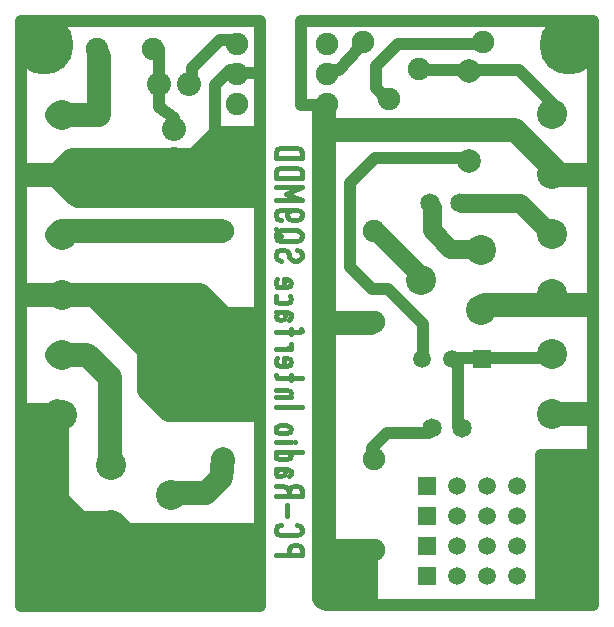
<source format=gbr>
%FSLAX34Y34*%
%MOMM*%
%LNSILK_TOP*%
G71*
G01*
%ADD10C, 2.54*%
%ADD11C, 1.91*%
%ADD12C, 2.04*%
%ADD13C, 1.00*%
%ADD14C, 2.00*%
%ADD15C, 0.40*%
%ADD16C, 2.54*%
%ADD17C, 1.90*%
%ADD18C, 5.00*%
%ADD19C, 2.00*%
%ADD20C, 1.52*%
%ADD21C, 1.64*%
%ADD22C, 1.60*%
%ADD23C, 1.90*%
%LPD*%
X43477Y-87192D02*
G54D10*
D03*
X43477Y-137992D02*
G54D10*
D03*
X43477Y-188792D02*
G54D10*
D03*
X43477Y-239592D02*
G54D10*
D03*
X458546Y-137804D02*
G54D10*
D03*
X458546Y-87004D02*
G54D10*
D03*
X43477Y-290392D02*
G54D10*
D03*
X43477Y-341192D02*
G54D10*
D03*
X458546Y-239404D02*
G54D10*
D03*
X458546Y-188604D02*
G54D10*
D03*
X458546Y-341004D02*
G54D10*
D03*
X458546Y-290204D02*
G54D10*
D03*
X268249Y-27150D02*
G54D11*
D03*
X268249Y-52550D02*
G54D11*
D03*
X192049Y-27150D02*
G54D11*
D03*
X192049Y-52550D02*
G54D11*
D03*
X192049Y-77950D02*
G54D11*
D03*
X268249Y-77950D02*
G54D11*
D03*
X150717Y-61542D02*
G54D12*
D03*
X125317Y-61542D02*
G54D12*
D03*
X138196Y-99804D02*
G54D12*
D03*
X138196Y-125204D02*
G54D12*
D03*
G54D13*
X125312Y-31650D02*
X125313Y-64988D01*
G54D13*
X153888Y-64988D02*
X153888Y-47525D01*
X177700Y-23712D01*
X191988Y-23712D01*
G54D13*
X138012Y-99912D02*
X138012Y-90388D01*
X125312Y-80862D01*
X125313Y-61812D01*
G54D13*
X268188Y-49112D02*
X277713Y-49112D01*
X295175Y-30856D01*
G54D13*
X392012Y-27681D02*
X327719Y-27681D01*
X309462Y-45938D01*
X309462Y-64988D01*
X318987Y-74512D01*
X345767Y-99462D02*
G54D11*
D03*
X345767Y-48662D02*
G54D11*
D03*
X320367Y-74062D02*
G54D11*
D03*
G54D13*
X344388Y-49112D02*
X430112Y-49112D01*
X465831Y-84831D01*
G54D14*
X344387Y-99912D02*
X426938Y-99912D01*
X465038Y-138012D01*
G54D15*
X224514Y-460253D02*
X246737Y-460253D01*
X246737Y-454697D01*
X245348Y-452475D01*
X242570Y-451364D01*
X239792Y-451364D01*
X237014Y-452475D01*
X235626Y-454697D01*
X235626Y-460253D01*
G54D15*
X228681Y-434697D02*
X225903Y-435808D01*
X224514Y-438030D01*
X224514Y-440252D01*
X225903Y-442475D01*
X228681Y-443586D01*
X242570Y-443586D01*
X245348Y-442475D01*
X246737Y-440252D01*
X246737Y-438030D01*
X245348Y-435808D01*
X242570Y-434697D01*
G54D15*
X234237Y-426919D02*
X234237Y-418030D01*
G54D15*
X235626Y-405807D02*
X232848Y-402474D01*
X230070Y-401363D01*
X224514Y-401363D01*
G54D15*
X224514Y-410252D02*
X246737Y-410252D01*
X246737Y-404696D01*
X245348Y-402474D01*
X242570Y-401363D01*
X239792Y-401363D01*
X237014Y-402474D01*
X235626Y-404696D01*
X235626Y-410252D01*
G54D15*
X235626Y-393585D02*
X237014Y-391363D01*
X237014Y-388696D01*
X234237Y-386918D01*
X224514Y-386918D01*
G54D15*
X228681Y-386918D02*
X231459Y-388029D01*
X232014Y-390252D01*
X231459Y-392474D01*
X228681Y-393585D01*
X225903Y-393140D01*
X224514Y-391363D01*
X224514Y-390252D01*
X224514Y-389807D01*
X225903Y-388029D01*
X228681Y-386918D01*
G54D15*
X224514Y-372473D02*
X246737Y-372473D01*
G54D15*
X233403Y-372473D02*
X236181Y-373584D01*
X237014Y-375806D01*
X236181Y-378029D01*
X233403Y-379140D01*
X227848Y-379140D01*
X225070Y-378029D01*
X224514Y-375806D01*
X225070Y-373584D01*
X227848Y-372473D01*
G54D15*
X224514Y-364695D02*
X237014Y-364695D01*
G54D15*
X241181Y-364695D02*
X241181Y-364695D01*
G54D15*
X227848Y-350250D02*
X233403Y-350250D01*
X236181Y-351361D01*
X237014Y-353584D01*
X236181Y-355806D01*
X233403Y-356917D01*
X227848Y-356917D01*
X225070Y-355806D01*
X224514Y-353584D01*
X225070Y-351361D01*
X227848Y-350250D01*
G54D15*
X224514Y-334472D02*
X246737Y-334472D01*
G54D15*
X224514Y-326694D02*
X237014Y-326694D01*
G54D15*
X234237Y-326694D02*
X236181Y-325583D01*
X237014Y-323360D01*
X236181Y-321138D01*
X234237Y-320027D01*
X224514Y-320027D01*
G54D15*
X246737Y-310027D02*
X225903Y-310027D01*
X224514Y-308916D01*
X225070Y-307804D01*
G54D15*
X237014Y-312249D02*
X237014Y-307804D01*
G54D15*
X225903Y-293360D02*
X224514Y-295138D01*
X224514Y-297360D01*
X225903Y-299582D01*
X228681Y-300027D01*
X233403Y-300027D01*
X236181Y-298916D01*
X237014Y-296694D01*
X236181Y-294471D01*
X234237Y-293360D01*
X231459Y-293360D01*
X231459Y-300027D01*
G54D15*
X224514Y-285582D02*
X237014Y-285582D01*
G54D15*
X234237Y-285582D02*
X237014Y-283360D01*
X237014Y-281137D01*
G54D15*
X224514Y-271138D02*
X245348Y-271138D01*
X246737Y-270026D01*
X245903Y-268915D01*
G54D15*
X237014Y-273360D02*
X237014Y-268915D01*
G54D15*
X235626Y-261138D02*
X237014Y-258916D01*
X237014Y-256249D01*
X234237Y-254471D01*
X224514Y-254471D01*
G54D15*
X228681Y-254471D02*
X231459Y-255582D01*
X232014Y-257804D01*
X231459Y-260027D01*
X228681Y-261138D01*
X225903Y-260693D01*
X224514Y-258916D01*
X224514Y-257804D01*
X224514Y-257360D01*
X225903Y-255582D01*
X228681Y-254471D01*
G54D15*
X236181Y-241137D02*
X237014Y-243360D01*
X236181Y-245582D01*
X233403Y-246693D01*
X227848Y-246693D01*
X225070Y-245582D01*
X224514Y-243360D01*
X225070Y-241137D01*
G54D15*
X225903Y-226692D02*
X224514Y-228470D01*
X224514Y-230692D01*
X225903Y-232914D01*
X228681Y-233359D01*
X233403Y-233359D01*
X236181Y-232248D01*
X237014Y-230026D01*
X236181Y-227803D01*
X234237Y-226692D01*
X231459Y-226692D01*
X231459Y-233359D01*
G54D15*
X228681Y-210914D02*
X225903Y-209803D01*
X224514Y-207580D01*
X224514Y-205358D01*
X225903Y-203136D01*
X228681Y-202025D01*
X231459Y-202025D01*
X234237Y-203136D01*
X235626Y-205358D01*
X235626Y-207580D01*
X237014Y-209803D01*
X239792Y-210914D01*
X242570Y-210914D01*
X245348Y-209803D01*
X246737Y-207580D01*
X246737Y-205358D01*
X245348Y-203136D01*
X242570Y-202025D01*
G54D15*
X228681Y-189802D02*
X224514Y-184247D01*
G54D15*
X242570Y-185358D02*
X228681Y-185358D01*
X225903Y-186469D01*
X224514Y-188691D01*
X224514Y-190914D01*
X225903Y-193136D01*
X228681Y-194247D01*
X242570Y-194247D01*
X245348Y-193136D01*
X246737Y-190914D01*
X246737Y-188691D01*
X245348Y-186469D01*
X242570Y-185358D01*
G54D15*
X228681Y-176469D02*
X225903Y-175358D01*
X224514Y-173136D01*
X224514Y-170913D01*
X225903Y-168691D01*
X228681Y-167580D01*
X235626Y-167580D01*
X237014Y-167580D01*
X234237Y-170913D01*
X234237Y-173136D01*
X235626Y-175358D01*
X238403Y-176469D01*
X242570Y-176469D01*
X245348Y-175358D01*
X246737Y-173136D01*
X246737Y-170913D01*
X245348Y-168691D01*
X242570Y-167580D01*
X235626Y-167580D01*
G54D15*
X224514Y-159802D02*
X246737Y-159802D01*
X232848Y-154246D01*
X246737Y-148691D01*
X224514Y-148691D01*
G54D15*
X224514Y-140913D02*
X246737Y-140913D01*
X246737Y-135357D01*
X245348Y-133135D01*
X242570Y-132024D01*
X228681Y-132024D01*
X225903Y-133135D01*
X224514Y-135357D01*
X224514Y-140913D01*
G54D15*
X224514Y-124246D02*
X246737Y-124246D01*
X246737Y-118690D01*
X245348Y-116468D01*
X242570Y-115357D01*
X228681Y-115357D01*
X225903Y-116468D01*
X224514Y-118690D01*
X224514Y-124246D01*
G54D13*
X191988Y-49112D02*
X185638Y-49112D01*
X172938Y-61812D01*
X172938Y-115788D01*
X163413Y-125312D01*
X138012Y-125312D01*
X398015Y-252771D02*
G54D16*
D03*
X398015Y-201971D02*
G54D16*
D03*
X347215Y-227371D02*
G54D16*
D03*
G54D14*
X138012Y-125312D02*
X52288Y-125312D01*
X39588Y-138012D01*
G54D14*
X74512Y-37206D02*
X74512Y-87212D01*
X39587Y-87212D01*
X84869Y-384050D02*
G54D16*
D03*
X84869Y-434850D02*
G54D16*
D03*
X135669Y-409450D02*
G54D16*
D03*
G54D14*
X179288Y-185638D02*
X42762Y-185638D01*
X39587Y-188812D01*
G54D14*
X39587Y-239612D02*
X160238Y-239612D01*
X179288Y-258662D01*
G54D14*
X39587Y-338038D02*
X39588Y-414238D01*
X58637Y-433287D01*
X87212Y-433288D01*
X96738Y-442812D01*
X176113Y-442812D01*
G54D14*
X39587Y-290412D02*
X64987Y-290412D01*
X84037Y-309462D01*
X84037Y-382488D01*
G54D14*
X134044Y-407888D02*
X165794Y-407888D01*
X178494Y-395188D01*
X179491Y-378665D01*
X399937Y-26081D02*
G54D17*
D03*
X298337Y-26081D02*
G54D17*
D03*
X28471Y-28516D02*
G54D18*
D03*
X120675Y-31787D02*
G54D17*
D03*
X73050Y-31787D02*
G54D17*
D03*
X472971Y-28516D02*
G54D18*
D03*
X472971Y-482541D02*
G54D18*
D03*
X28471Y-482541D02*
G54D18*
D03*
G54D14*
X346869Y-100012D02*
X265112Y-100012D01*
X265112Y-81756D01*
X265112Y-496888D01*
G54D14*
X465931Y-340519D02*
X486569Y-340519D01*
G54D14*
X400844Y-248444D02*
X486569Y-248444D01*
G54D14*
X463550Y-138112D02*
X487362Y-138112D01*
G54D13*
X8412Y-8119D02*
X8412Y-503419D01*
X210819Y-503419D01*
X210819Y-8119D01*
X8412Y-8119D01*
G54D13*
X267175Y-502612D02*
X493394Y-502612D01*
X493394Y-8106D01*
X271144Y-8106D01*
G54D13*
X270500Y-8094D02*
X246062Y-7938D01*
X246062Y-79375D01*
X266700Y-79375D01*
G54D13*
X192088Y-52388D02*
X210344Y-52388D01*
G54D14*
X39688Y-239712D02*
X13494Y-239712D01*
G54D14*
X39688Y-138112D02*
X13494Y-138112D01*
G54D14*
X180181Y-260350D02*
X205581Y-260350D01*
G54D14*
X39688Y-341312D02*
X13494Y-341312D01*
G54D14*
X180975Y-445294D02*
X205581Y-445294D01*
G54D14*
X165894Y-442912D02*
X205581Y-442912D01*
X205581Y-492125D01*
X204788Y-492919D01*
X56356Y-492919D01*
X53181Y-496094D01*
X53181Y-480219D01*
X57944Y-475456D01*
X188912Y-475456D01*
X191294Y-477838D01*
X191294Y-461169D01*
X192088Y-460375D01*
X53975Y-460375D01*
X52388Y-461962D01*
X72231Y-461962D01*
X84931Y-449262D01*
X55562Y-449262D01*
X29369Y-423069D01*
X29369Y-361950D01*
X21431Y-354012D01*
X21431Y-450850D01*
X15081Y-457200D01*
X40481Y-457200D01*
X42069Y-458788D01*
X42069Y-450850D01*
X36512Y-445294D01*
G54D14*
X49212Y-239712D02*
X70644Y-239712D01*
X117475Y-286544D01*
X117475Y-320675D01*
X134144Y-337344D01*
X204788Y-337344D01*
X204788Y-276225D01*
X201612Y-273050D01*
X172244Y-273050D01*
X153194Y-254000D01*
X97631Y-254000D01*
X96838Y-253206D01*
X100806Y-253206D01*
X130175Y-282575D01*
X130175Y-319881D01*
X184150Y-319881D01*
X189706Y-325438D01*
X189706Y-288131D01*
X190500Y-287338D01*
X165100Y-287338D01*
X143669Y-265906D01*
X129381Y-265906D01*
X137319Y-265906D01*
X176212Y-304800D01*
X139700Y-304800D01*
X139700Y-288131D01*
X140494Y-287338D01*
X144462Y-287338D01*
X151606Y-294481D01*
G54D14*
X131762Y-125412D02*
X156369Y-125412D01*
X174625Y-107156D01*
X205581Y-107156D01*
X205581Y-156369D01*
X57150Y-156369D01*
X39688Y-138906D01*
X163512Y-138906D01*
X170656Y-146050D01*
X191294Y-146050D01*
X191294Y-127000D01*
X194469Y-123825D01*
X181769Y-123825D01*
X177800Y-119856D01*
X177800Y-127000D01*
X173831Y-130969D01*
X388144Y-50006D02*
G54D19*
D03*
X388144Y-126206D02*
G54D19*
D03*
G54D14*
X304800Y-263525D02*
X277019Y-263525D01*
G54D13*
X388144Y-123825D02*
X308769Y-123825D01*
X287338Y-145256D01*
X287338Y-215900D01*
X306388Y-234950D01*
X319881Y-234950D01*
X349250Y-264319D01*
X349250Y-291306D01*
G36*
X406856Y-302082D02*
X391656Y-302082D01*
X391656Y-286882D01*
X406856Y-286882D01*
X406856Y-302082D01*
G37*
X373856Y-294482D02*
G54D20*
D03*
X348456Y-294482D02*
G54D20*
D03*
X355509Y-161926D02*
G54D21*
D03*
X380409Y-161926D02*
G54D21*
D03*
G54D22*
X309562Y-185738D02*
X350838Y-227012D01*
G54D22*
X356394Y-165100D02*
X356394Y-184944D01*
X372269Y-200819D01*
X402431Y-200819D01*
G54D22*
X381794Y-161925D02*
X431006Y-161925D01*
X457994Y-188912D01*
X357097Y-352426D02*
G54D21*
D03*
X381997Y-352426D02*
G54D21*
D03*
G54D13*
X378619Y-351631D02*
X378619Y-293688D01*
X454025Y-293688D01*
G54D13*
X306388Y-376238D02*
X306388Y-369888D01*
X319088Y-357188D01*
X354012Y-357188D01*
G36*
X344825Y-394038D02*
X360025Y-394038D01*
X360025Y-409238D01*
X344825Y-409238D01*
X344825Y-394038D01*
G37*
X377825Y-401638D02*
G54D20*
D03*
X403225Y-401638D02*
G54D20*
D03*
X428625Y-401638D02*
G54D20*
D03*
G36*
X344825Y-419438D02*
X360025Y-419438D01*
X360025Y-434638D01*
X344825Y-434638D01*
X344825Y-419438D01*
G37*
X377825Y-427038D02*
G54D20*
D03*
X403225Y-427038D02*
G54D20*
D03*
X428625Y-427038D02*
G54D20*
D03*
G36*
X344825Y-444838D02*
X360025Y-444838D01*
X360025Y-460038D01*
X344825Y-460038D01*
X344825Y-444838D01*
G37*
X377825Y-452438D02*
G54D20*
D03*
X403225Y-452438D02*
G54D20*
D03*
X428625Y-452438D02*
G54D20*
D03*
G36*
X344825Y-470238D02*
X360025Y-470238D01*
X360025Y-485438D01*
X344825Y-485438D01*
X344825Y-470238D01*
G37*
X377825Y-477838D02*
G54D20*
D03*
X403225Y-477838D02*
G54D20*
D03*
X428625Y-477838D02*
G54D20*
D03*
G36*
X490126Y-375281D02*
X490126Y-500693D01*
X448851Y-500693D01*
X448851Y-375281D01*
X490126Y-375281D01*
G37*
G54D13*
X490126Y-375281D02*
X490126Y-500693D01*
X448851Y-500693D01*
X448851Y-375281D01*
X490126Y-375281D01*
G36*
X306388Y-451644D02*
X271462Y-451644D01*
X271462Y-496888D01*
X306388Y-496888D01*
X306388Y-451644D01*
G37*
G54D13*
X306388Y-451644D02*
X271462Y-451644D01*
X271462Y-496888D01*
X306388Y-496888D01*
X306388Y-451644D01*
X179492Y-263165D02*
G54D23*
D03*
X179492Y-185783D02*
G54D23*
D03*
X307286Y-263165D02*
G54D23*
D03*
X307286Y-185784D02*
G54D23*
D03*
X179492Y-456046D02*
G54D23*
D03*
X179492Y-378665D02*
G54D23*
D03*
X307286Y-456046D02*
G54D23*
D03*
X307286Y-378665D02*
G54D23*
D03*
M02*

</source>
